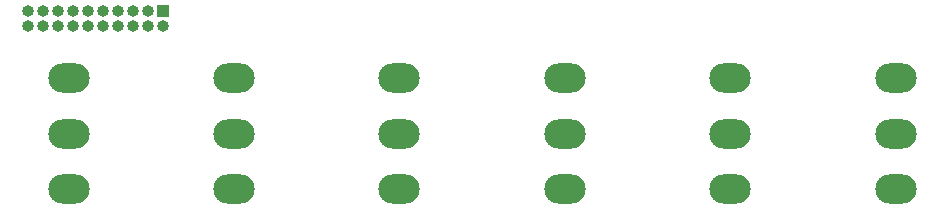
<source format=gts>
%TF.GenerationSoftware,KiCad,Pcbnew,(6.0.11)*%
%TF.CreationDate,2023-08-12T22:25:01-04:00*%
%TF.ProjectId,FP_SW_rev_21,46505f53-575f-4726-9576-5f32312e6b69,rev?*%
%TF.SameCoordinates,Original*%
%TF.FileFunction,Soldermask,Top*%
%TF.FilePolarity,Negative*%
%FSLAX46Y46*%
G04 Gerber Fmt 4.6, Leading zero omitted, Abs format (unit mm)*
G04 Created by KiCad (PCBNEW (6.0.11)) date 2023-08-12 22:25:01*
%MOMM*%
%LPD*%
G01*
G04 APERTURE LIST*
%ADD10R,1.000000X1.000000*%
%ADD11O,1.000000X1.000000*%
%ADD12O,3.500000X2.500000*%
G04 APERTURE END LIST*
D10*
%TO.C,J1*%
X123000000Y-89575000D03*
D11*
X123000000Y-90845000D03*
X121730000Y-89575000D03*
X121730000Y-90845000D03*
X120460000Y-89575000D03*
X120460000Y-90845000D03*
X119190000Y-89575000D03*
X119190000Y-90845000D03*
X117920000Y-89575000D03*
X117920000Y-90845000D03*
X116650000Y-89575000D03*
X116650000Y-90845000D03*
X115380000Y-89575000D03*
X115380000Y-90845000D03*
X114110000Y-89575000D03*
X114110000Y-90845000D03*
X112840000Y-89575000D03*
X112840000Y-90845000D03*
X111570000Y-89575000D03*
X111570000Y-90845000D03*
%TD*%
D12*
%TO.C,SW5*%
X171000000Y-104700000D03*
X171000000Y-100000000D03*
X171000000Y-95300000D03*
%TD*%
%TO.C,SW1*%
X115000000Y-104700000D03*
X115000000Y-100000000D03*
X115000000Y-95300000D03*
%TD*%
%TO.C,SW2*%
X129000000Y-104700000D03*
X129000000Y-100000000D03*
X129000000Y-95300000D03*
%TD*%
%TO.C,SW6*%
X185000000Y-104700000D03*
X185000000Y-100000000D03*
X185000000Y-95300000D03*
%TD*%
%TO.C,SW3*%
X143000000Y-104700000D03*
X143000000Y-100000000D03*
X143000000Y-95300000D03*
%TD*%
%TO.C,SW4*%
X157000000Y-104700000D03*
X157000000Y-100000000D03*
X157000000Y-95300000D03*
%TD*%
M02*

</source>
